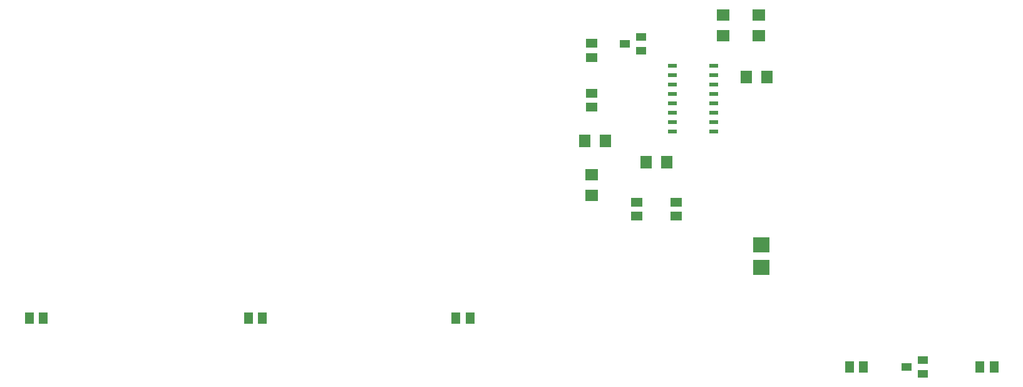
<source format=gbr>
G04 EAGLE Gerber RS-274X export*
G75*
%MOMM*%
%FSLAX34Y34*%
%LPD*%
%INSolderpaste Top*%
%IPPOS*%
%AMOC8*
5,1,8,0,0,1.08239X$1,22.5*%
G01*
%ADD10R,2.200000X2.000000*%
%ADD11R,1.800000X1.600000*%
%ADD12R,1.600000X1.800000*%
%ADD13R,1.400000X1.000000*%
%ADD14R,1.300000X1.500000*%
%ADD15R,1.500000X1.300000*%
%ADD16R,1.200000X0.600000*%


D10*
X1121410Y188200D03*
X1121410Y218200D03*
D11*
X1069340Y529620D03*
X1069340Y501620D03*
D12*
X993170Y330454D03*
X965170Y330454D03*
D11*
X891540Y313720D03*
X891540Y285720D03*
D12*
X882620Y359410D03*
X910620Y359410D03*
D11*
X1117600Y529620D03*
X1117600Y501620D03*
D12*
X1129060Y445770D03*
X1101060Y445770D03*
D13*
X958420Y480720D03*
X936420Y490220D03*
X958420Y499720D03*
X1339420Y43840D03*
X1339420Y62840D03*
X1317420Y53340D03*
D14*
X130962Y119380D03*
X149962Y119380D03*
X1435710Y53340D03*
X1416710Y53340D03*
D15*
X952500Y257200D03*
X952500Y276200D03*
X1005840Y257200D03*
X1005840Y276200D03*
X891540Y423520D03*
X891540Y404520D03*
X891540Y471830D03*
X891540Y490830D03*
D14*
X1259180Y53340D03*
X1240180Y53340D03*
X708050Y119380D03*
X727050Y119380D03*
X427380Y119380D03*
X446380Y119380D03*
D16*
X1000700Y461010D03*
X1000700Y448310D03*
X1000700Y435610D03*
X1000700Y422910D03*
X1000700Y410210D03*
X1000700Y397510D03*
X1000700Y384810D03*
X1000700Y372110D03*
X1056700Y372110D03*
X1056700Y384810D03*
X1056700Y397510D03*
X1056700Y410210D03*
X1056700Y422910D03*
X1056700Y435610D03*
X1056700Y448310D03*
X1056700Y461010D03*
M02*

</source>
